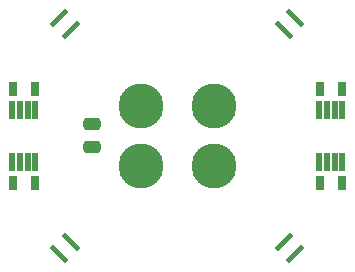
<source format=gbr>
%TF.GenerationSoftware,KiCad,Pcbnew,(7.0.0)*%
%TF.CreationDate,2024-02-03T20:31:45+01:00*%
%TF.ProjectId,Helios_rcv_00xx,48656c69-6f73-45f7-9263-765f30307878,rev?*%
%TF.SameCoordinates,PX9d5b340PY5f5e100*%
%TF.FileFunction,Soldermask,Top*%
%TF.FilePolarity,Negative*%
%FSLAX46Y46*%
G04 Gerber Fmt 4.6, Leading zero omitted, Abs format (unit mm)*
G04 Created by KiCad (PCBNEW (7.0.0)) date 2024-02-03 20:31:45*
%MOMM*%
%LPD*%
G01*
G04 APERTURE LIST*
G04 Aperture macros list*
%AMRoundRect*
0 Rectangle with rounded corners*
0 $1 Rounding radius*
0 $2 $3 $4 $5 $6 $7 $8 $9 X,Y pos of 4 corners*
0 Add a 4 corners polygon primitive as box body*
4,1,4,$2,$3,$4,$5,$6,$7,$8,$9,$2,$3,0*
0 Add four circle primitives for the rounded corners*
1,1,$1+$1,$2,$3*
1,1,$1+$1,$4,$5*
1,1,$1+$1,$6,$7*
1,1,$1+$1,$8,$9*
0 Add four rect primitives between the rounded corners*
20,1,$1+$1,$2,$3,$4,$5,0*
20,1,$1+$1,$4,$5,$6,$7,0*
20,1,$1+$1,$6,$7,$8,$9,0*
20,1,$1+$1,$8,$9,$2,$3,0*%
%AMRotRect*
0 Rectangle, with rotation*
0 The origin of the aperture is its center*
0 $1 length*
0 $2 width*
0 $3 Rotation angle, in degrees counterclockwise*
0 Add horizontal line*
21,1,$1,$2,0,0,$3*%
G04 Aperture macros list end*
%ADD10R,0.500000X1.500000*%
%ADD11RoundRect,0.250000X-0.475000X0.250000X-0.475000X-0.250000X0.475000X-0.250000X0.475000X0.250000X0*%
%ADD12R,0.700000X1.300000*%
%ADD13RotRect,1.900000X0.400000X225.000000*%
%ADD14RotRect,1.900000X0.400000X45.000000*%
%ADD15RotRect,1.900000X0.400000X315.000000*%
%ADD16RotRect,1.900000X0.400000X135.000000*%
%ADD17C,3.800000*%
G04 APERTURE END LIST*
D10*
%TO.C,U1*%
X12024999Y-2199999D03*
X12674999Y-2199999D03*
X13324999Y-2199999D03*
X13974999Y-2199999D03*
X13974999Y2199999D03*
X13324999Y2199999D03*
X12674999Y2199999D03*
X12024999Y2199999D03*
%TD*%
D11*
%TO.C,C1*%
X-7250000Y1000000D03*
X-7250000Y-900000D03*
%TD*%
D12*
%TO.C,R0*%
X-12049999Y3999999D03*
X-13949999Y3999999D03*
%TD*%
D13*
%TO.C,F2*%
X9994974Y-9994974D03*
X9005024Y-9005024D03*
%TD*%
D14*
%TO.C,F0*%
X-9994974Y9994974D03*
X-9005024Y9005024D03*
%TD*%
D12*
%TO.C,R3*%
X12049999Y3999999D03*
X13949999Y3999999D03*
%TD*%
D10*
%TO.C,U0*%
X-12024999Y2199999D03*
X-12674999Y2199999D03*
X-13324999Y2199999D03*
X-13974999Y2199999D03*
X-13974999Y-2199999D03*
X-13324999Y-2199999D03*
X-12674999Y-2199999D03*
X-12024999Y-2199999D03*
%TD*%
D15*
%TO.C,F3*%
X9994974Y9994974D03*
X9005024Y9005024D03*
%TD*%
D16*
%TO.C,F1*%
X-9994974Y-9994974D03*
X-9005024Y-9005024D03*
%TD*%
D12*
%TO.C,R2*%
X12049999Y-3999999D03*
X13949999Y-3999999D03*
%TD*%
%TO.C,R1*%
X-12049999Y-3999999D03*
X-13949999Y-3999999D03*
%TD*%
D17*
%TO.C,J2*%
X3100000Y2500000D03*
X3100000Y-2500000D03*
%TD*%
%TO.C,J1*%
X-3100000Y2500000D03*
X-3100000Y-2500000D03*
%TD*%
M02*

</source>
